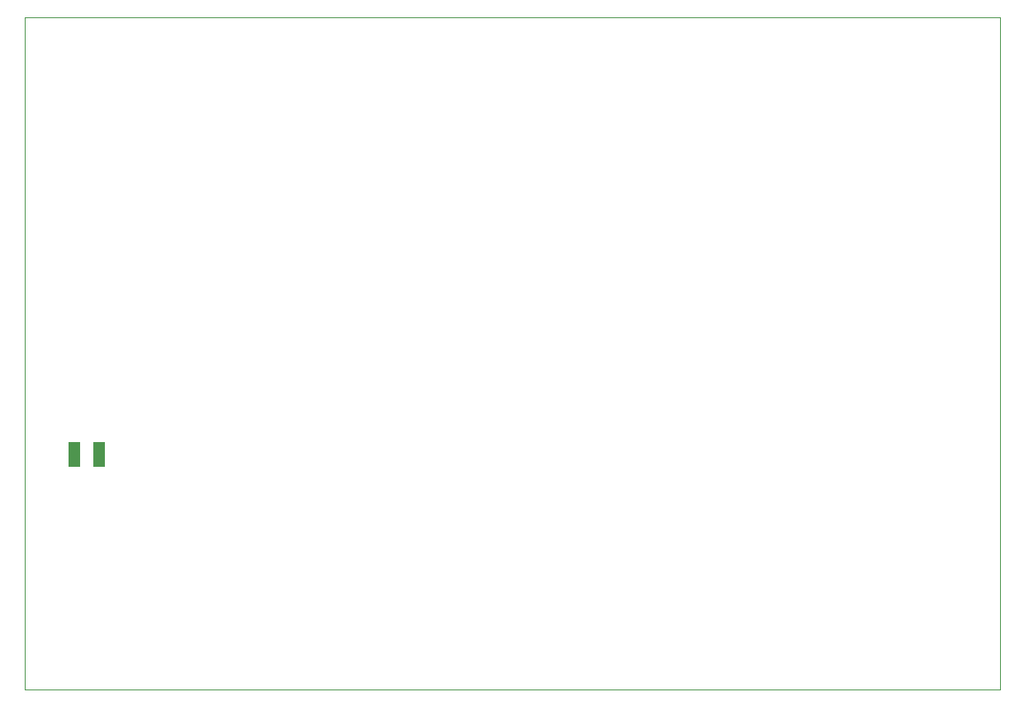
<source format=gtp>
G75*
%MOIN*%
%OFA0B0*%
%FSLAX25Y25*%
%IPPOS*%
%LPD*%
%AMOC8*
5,1,8,0,0,1.08239X$1,22.5*
%
%ADD10C,0.00000*%
%ADD11R,0.05000X0.10000*%
D10*
X0001800Y0001800D02*
X0001800Y0273454D01*
X0395501Y0273454D01*
X0395501Y0001800D01*
X0001800Y0001800D01*
D11*
X0021800Y0096800D03*
X0031800Y0096800D03*
M02*

</source>
